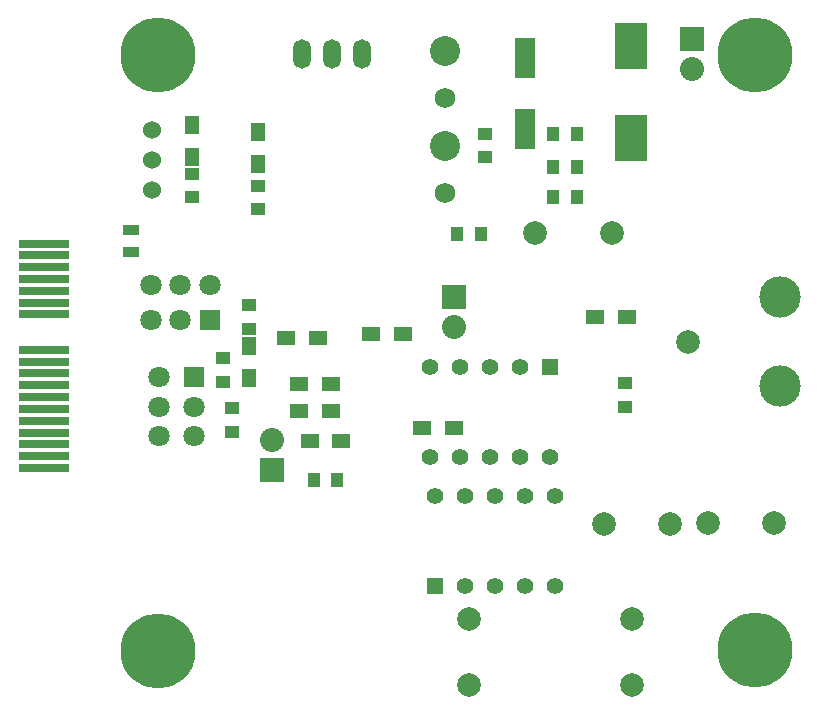
<source format=gbs>
%FSLAX46Y46*%
G04 Gerber Fmt 4.6, Leading zero omitted, Abs format (unit mm)*
G04 Created by KiCad (PCBNEW (2014-10-27 BZR 5228)-product) date 22/05/2015 08:20:29*
%MOMM*%
G01*
G04 APERTURE LIST*
%ADD10C,0.100000*%
%ADD11R,1.250000X1.000000*%
%ADD12R,1.000000X1.250000*%
%ADD13R,4.200000X0.700000*%
%ADD14R,1.397000X1.397000*%
%ADD15C,1.397000*%
%ADD16C,1.998980*%
%ADD17C,3.500000*%
%ADD18C,2.000000*%
%ADD19R,1.800000X1.800000*%
%ADD20C,1.800000*%
%ADD21C,2.540000*%
%ADD22C,1.727200*%
%ADD23C,1.524000*%
%ADD24O,1.501140X2.499360*%
%ADD25R,1.397000X0.889000*%
%ADD26R,1.300000X1.500000*%
%ADD27R,1.500000X1.300000*%
%ADD28R,2.700020X4.000500*%
%ADD29R,1.800860X3.500120*%
%ADD30C,6.350000*%
%ADD31R,2.032000X2.032000*%
%ADD32O,2.032000X2.032000*%
G04 APERTURE END LIST*
D10*
D11*
X145400000Y-69450000D03*
X145400000Y-71450000D03*
X146800000Y-62700000D03*
X146800000Y-60700000D03*
X142000000Y-51600000D03*
X142000000Y-49600000D03*
X147600000Y-50600000D03*
X147600000Y-52600000D03*
D12*
X174600000Y-51600000D03*
X172600000Y-51600000D03*
D11*
X166850000Y-48200000D03*
X166850000Y-46200000D03*
D12*
X174600000Y-49000000D03*
X172600000Y-49000000D03*
D13*
X129500000Y-74500000D03*
X129500000Y-73500000D03*
X129500000Y-72500000D03*
X129500000Y-71500000D03*
X129500000Y-70500000D03*
X129500000Y-69500000D03*
X129500000Y-68500000D03*
X129500000Y-67500000D03*
X129500000Y-66500000D03*
X129500000Y-65500000D03*
X129500000Y-64500000D03*
X129500000Y-61500000D03*
X129500000Y-60500000D03*
X129500000Y-59500000D03*
X129500000Y-58500000D03*
X129500000Y-57500000D03*
X129500000Y-56500000D03*
X129500000Y-55500000D03*
D14*
X162560000Y-84455000D03*
D15*
X165100000Y-84455000D03*
X167640000Y-84455000D03*
X170180000Y-84455000D03*
X172720000Y-84455000D03*
X172720000Y-76835000D03*
X170180000Y-76835000D03*
X167640000Y-76835000D03*
X165100000Y-76835000D03*
X162560000Y-76835000D03*
D14*
X172339000Y-65913000D03*
D15*
X169799000Y-65913000D03*
X167259000Y-65913000D03*
X164719000Y-65913000D03*
X162179000Y-65913000D03*
X162179000Y-73533000D03*
X164719000Y-73533000D03*
X167259000Y-73533000D03*
X169799000Y-73533000D03*
X172339000Y-73533000D03*
D16*
X191242000Y-79146000D03*
X185654000Y-79146000D03*
X182492000Y-79246000D03*
X176904000Y-79246000D03*
X165496000Y-87258000D03*
X165496000Y-92846000D03*
X179254000Y-92892000D03*
X179254000Y-87304000D03*
D17*
X191800000Y-67600000D03*
X191800000Y-60000000D03*
D18*
X184000000Y-63800000D03*
D19*
X142200000Y-66800000D03*
D20*
X142200000Y-69300000D03*
X139200000Y-66800000D03*
X142200000Y-71800000D03*
X139200000Y-71800000D03*
X139200000Y-69300000D03*
D19*
X143500000Y-62000000D03*
D20*
X141000000Y-62000000D03*
X143500000Y-59000000D03*
X138500000Y-62000000D03*
X138500000Y-59000000D03*
X141000000Y-59000000D03*
D21*
X163461700Y-39199300D03*
D22*
X163461700Y-43199300D03*
D21*
X163461700Y-47199300D03*
D22*
X163461700Y-51199300D03*
D23*
X138600000Y-48460000D03*
X138600000Y-45920000D03*
X138600000Y-51000000D03*
D24*
X153893520Y-39451280D03*
X156433520Y-39451280D03*
X151353520Y-39451280D03*
D16*
X177599460Y-54600000D03*
X171000540Y-54600000D03*
D12*
X166450000Y-54650000D03*
X164450000Y-54650000D03*
D25*
X136800000Y-56252500D03*
X136800000Y-54347500D03*
D26*
X146800000Y-64150000D03*
X146800000Y-66850000D03*
X147600000Y-46050000D03*
X147600000Y-48750000D03*
X142000000Y-45450000D03*
X142000000Y-48150000D03*
D27*
X153750000Y-67400000D03*
X151050000Y-67400000D03*
X152650000Y-63500000D03*
X149950000Y-63500000D03*
X159850000Y-63200000D03*
X157150000Y-63200000D03*
D12*
X154300000Y-75550000D03*
X152300000Y-75550000D03*
D27*
X153800000Y-69700000D03*
X151100000Y-69700000D03*
D28*
X179200000Y-38761260D03*
X179200000Y-46538740D03*
D29*
X170200000Y-39800260D03*
X170200000Y-45799740D03*
D27*
X178800000Y-61700000D03*
X176100000Y-61700000D03*
D30*
X189700000Y-39500000D03*
X139100000Y-39500000D03*
X189700000Y-89900000D03*
X139100000Y-90000000D03*
D12*
X174600000Y-46250000D03*
X172600000Y-46250000D03*
D31*
X164150000Y-60000000D03*
D32*
X164150000Y-62540000D03*
D27*
X164200000Y-71100000D03*
X161500000Y-71100000D03*
D31*
X184300000Y-38200000D03*
D32*
X184300000Y-40740000D03*
D27*
X151950000Y-72200000D03*
X154650000Y-72200000D03*
D11*
X178650000Y-67300000D03*
X178650000Y-69300000D03*
X144600000Y-67200000D03*
X144600000Y-65200000D03*
D31*
X148800000Y-74700000D03*
D32*
X148800000Y-72160000D03*
M02*

</source>
